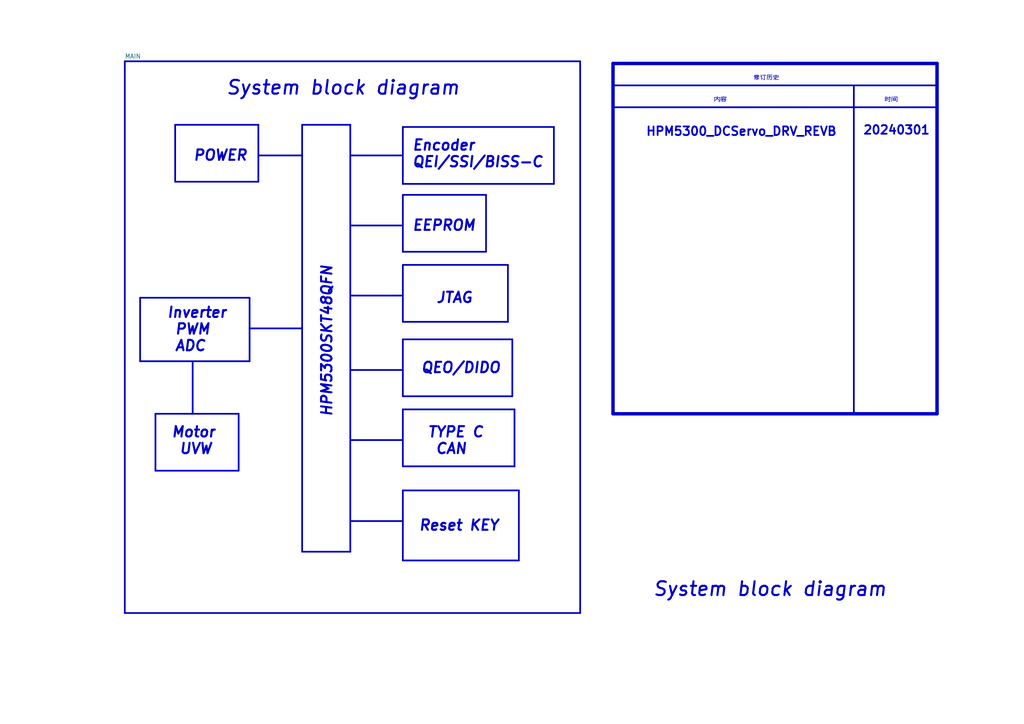
<source format=kicad_sch>
(kicad_sch (version 20230121) (generator eeschema)
  (paper "A4")
  (lib_symbols)
  (polyline (pts (xy 177.8 31.115) (xy 271.78 31.115)) (stroke (width 0.5) (type solid)))
  (polyline (pts (xy 247.65 24.765) (xy 247.65 120.015)) (stroke (width 0.5) (type solid)))
  (polyline (pts (xy 116.84 98.425) (xy 116.84 114.935)) (stroke (width 0.5) (type solid)))
  (polyline (pts (xy 140.97 73.025) (xy 116.84 73.025)) (stroke (width 0.5) (type solid)))
  (polyline (pts (xy 40.64 86.36) (xy 40.64 104.775)) (stroke (width 0.5) (type solid)))
  (polyline (pts (xy 177.8 18.415) (xy 271.78 18.415)) (stroke (width 1) (type solid)))
  (polyline (pts (xy 40.64 104.775) (xy 72.39 104.775)) (stroke (width 0.5) (type solid)))
  (polyline (pts (xy 168.275 177.8) (xy 36.195 177.8)) (stroke (width 0.5) (type solid)))
  (polyline (pts (xy 116.84 142.24) (xy 116.84 162.56)) (stroke (width 0.5) (type solid)))
  (polyline (pts (xy 45.085 120.015) (xy 45.085 136.525)) (stroke (width 0.5) (type solid)))
  (polyline (pts (xy 101.6 36.195) (xy 101.6 160.02)) (stroke (width 0.5) (type solid)))
  (polyline (pts (xy 150.495 162.56) (xy 116.84 162.56)) (stroke (width 0.5) (type solid)))
  (polyline (pts (xy 74.93 36.195) (xy 74.93 52.705)) (stroke (width 0.5) (type solid)))
  (polyline (pts (xy 160.655 36.83) (xy 160.655 53.34)) (stroke (width 0.5) (type solid)))
  (polyline (pts (xy 160.655 53.34) (xy 116.84 53.34)) (stroke (width 0.5) (type solid)))
  (polyline (pts (xy 45.085 120.015) (xy 69.215 120.015)) (stroke (width 0.5) (type solid)))
  (polyline (pts (xy 36.195 17.78) (xy 36.195 177.8)) (stroke (width 0.5) (type solid)))
  (polyline (pts (xy 147.32 93.345) (xy 116.84 93.345)) (stroke (width 0.5) (type solid)))
  (polyline (pts (xy 271.78 120.015) (xy 177.8 120.015)) (stroke (width 1) (type solid)))
  (polyline (pts (xy 149.225 135.255) (xy 116.84 135.255)) (stroke (width 0.5) (type solid)))
  (polyline (pts (xy 270.51 120.015) (xy 271.78 120.015)))
  (polyline (pts (xy 87.63 36.195) (xy 87.63 160.02)) (stroke (width 0.5) (type solid)))
  (polyline (pts (xy 101.6 151.13) (xy 116.84 151.13)) (stroke (width 0.5)))
  (polyline (pts (xy 147.32 76.835) (xy 147.32 93.345)) (stroke (width 0.5) (type solid)))
  (polyline (pts (xy 36.195 17.78) (xy 168.275 17.78)) (stroke (width 0.5) (type solid)))
  (polyline (pts (xy 177.8 24.765) (xy 271.78 24.765)) (stroke (width 0.5) (type solid)))
  (polyline (pts (xy 50.8 36.195) (xy 74.93 36.195)) (stroke (width 0.5) (type solid)))
  (polyline (pts (xy 116.84 76.835) (xy 147.32 76.835)) (stroke (width 0.5) (type solid)))
  (polyline (pts (xy 74.93 45.085) (xy 87.63 45.085)) (stroke (width 0.5)))
  (polyline (pts (xy 87.63 95.25) (xy 72.39 95.25)) (stroke (width 0.5)))
  (polyline (pts (xy 101.6 107.315) (xy 116.84 107.315)) (stroke (width 0.5)))
  (polyline (pts (xy 101.6 45.085) (xy 116.84 45.085)) (stroke (width 0.5)))
  (polyline (pts (xy 116.84 76.835) (xy 116.84 93.345)) (stroke (width 0.5) (type solid)))
  (polyline (pts (xy 116.84 118.745) (xy 149.225 118.745)) (stroke (width 0.5) (type solid)))
  (polyline (pts (xy 69.215 120.015) (xy 69.215 136.525)) (stroke (width 0.5) (type solid)))
  (polyline (pts (xy 87.63 36.195) (xy 101.6 36.195)) (stroke (width 0.5) (type solid)))
  (polyline (pts (xy 72.39 86.36) (xy 40.64 86.36)) (stroke (width 0.5) (type solid)))
  (polyline (pts (xy 149.225 118.745) (xy 149.225 135.255)) (stroke (width 0.5) (type solid)))
  (polyline (pts (xy 69.215 136.525) (xy 45.085 136.525)) (stroke (width 0.5) (type solid)))
  (polyline (pts (xy 150.495 142.24) (xy 150.495 162.56)) (stroke (width 0.5) (type solid)))
  (polyline (pts (xy 101.6 127.635) (xy 116.84 127.635)) (stroke (width 0.5)))
  (polyline (pts (xy 271.78 24.765) (xy 271.78 23.495)))
  (polyline (pts (xy 50.8 36.195) (xy 50.8 52.705)) (stroke (width 0.5) (type solid)))
  (polyline (pts (xy 116.84 98.425) (xy 148.59 98.425)) (stroke (width 0.5) (type solid)))
  (polyline (pts (xy 101.6 65.405) (xy 116.84 65.405)) (stroke (width 0.5)))
  (polyline (pts (xy 101.6 85.725) (xy 116.84 85.725)) (stroke (width 0.5)))
  (polyline (pts (xy 74.93 52.705) (xy 50.8 52.705)) (stroke (width 0.5) (type solid)))
  (polyline (pts (xy 72.39 86.36) (xy 72.39 104.775)) (stroke (width 0.5) (type solid)))
  (polyline (pts (xy 116.84 36.83) (xy 116.84 53.34)) (stroke (width 0.5) (type solid)))
  (polyline (pts (xy 116.84 56.515) (xy 116.84 73.025)) (stroke (width 0.5) (type solid)))
  (polyline (pts (xy 148.59 98.425) (xy 148.59 114.935)) (stroke (width 0.5) (type solid)))
  (polyline (pts (xy 140.97 56.515) (xy 140.97 73.025)) (stroke (width 0.5) (type solid)))
  (polyline (pts (xy 168.275 17.78) (xy 168.275 177.8)) (stroke (width 0.5) (type solid)))
  (polyline (pts (xy 177.8 18.415) (xy 177.8 120.015)) (stroke (width 1) (type solid)))
  (polyline (pts (xy 116.84 56.515) (xy 140.97 56.515)) (stroke (width 0.5) (type solid)))
  (polyline (pts (xy 269.24 120.015) (xy 271.78 120.015)))
  (polyline (pts (xy 116.84 118.745) (xy 116.84 135.255)) (stroke (width 0.5) (type solid)))
  (polyline (pts (xy 148.59 114.935) (xy 116.84 114.935)) (stroke (width 0.5) (type solid)))
  (polyline (pts (xy 116.84 142.24) (xy 150.495 142.24)) (stroke (width 0.5) (type solid)))
  (polyline (pts (xy 116.84 36.83) (xy 160.655 36.83)) (stroke (width 0.5) (type solid)))
  (polyline (pts (xy 271.78 18.415) (xy 271.78 120.015)) (stroke (width 1) (type solid)))
  (polyline (pts (xy 55.88 104.775) (xy 55.88 120.015)) (stroke (width 0.5)))
  (polyline (pts (xy 101.6 160.02) (xy 87.63 160.02)) (stroke (width 0.5) (type solid)))
  (text "20240301" (at 250.19 39.37 0) (effects (font (size 2.5 2.5) (thickness 0.5) bold) (justify left bottom)))
  (text "EEPROM\n" (at 119.38 67.31 0) (effects (font (size 3 3) (thickness 0.6) bold italic) (justify left bottom)))
  (text "System block diagram" (at 65.405 27.94 0) (effects (font (size 4 4) (thickness 0.6) bold italic) (justify left bottom)))
  (text "Inverter\n PWM\n ADC" (at 48.26 102.235 0) (effects (font (size 3 3) (thickness 0.6) bold italic) (justify left bottom)))
  (text "内容" (at 207.01 29.845 0) (effects (font (size 1.27 1.27)) (justify left bottom)))
  (text "Reset KEY\n" (at 121.285 154.305 0) (effects (font (size 3 3) (thickness 0.6) bold italic) (justify left bottom)))
  (text "HPM5300_DCServo_DRV_REVB" (at 187.198 39.751 0) (effects (font (size 2.5 2.5) (thickness 0.5) bold) (justify left bottom)))
  (text "POWER" (at 55.88 46.99 0) (effects (font (size 3 3) (thickness 0.6) bold italic) (justify left bottom)))
  (text "HPM5300SKT48QFN" (at 96.52 121.285 90) (effects (font (size 3 3) (thickness 0.6) bold italic) (justify left bottom)))
  (text "TYPE C\n CAN" (at 123.825 132.08 0) (effects (font (size 3 3) (thickness 0.6) bold italic) (justify left bottom)))
  (text "QEO/DIDO" (at 121.92 108.585 0) (effects (font (size 3 3) (thickness 0.6) bold italic) (justify left bottom)))
  (text "JTAG\n" (at 126.365 88.265 0) (effects (font (size 3 3) (thickness 0.6) bold italic) (justify left bottom)))
  (text "System block diagram" (at 189.23 173.355 0) (effects (font (size 4 4) (thickness 0.6) bold italic) (justify left bottom)))
  (text "时间" (at 256.54 29.845 0) (effects (font (size 1.27 1.27)) (justify left bottom)))
  (text "Encoder\nQEI/SSI/BISS-C" (at 119.38 48.895 0) (effects (font (size 3 3) (thickness 0.6) bold italic) (justify left bottom)))
  (text "Motor\n UVW\n" (at 49.53 132.08 0) (effects (font (size 3 3) (thickness 0.6) bold italic) (justify left bottom)))
  (text "修订历史\n" (at 218.44 23.495 0) (effects (font (size 1.27 1.27)) (justify left bottom)))
  (sheet (at 36.195 17.78) (size 132.08 160.02) (stroke (width 0.1524))
    (property "Sheetname" "MAIN" (at 36.195 17.0684 0) (effects (justify left bottom)))
    (property "Sheetfile" "MAIN.kicad_sch" (effects hide))
  )
)
</source>
